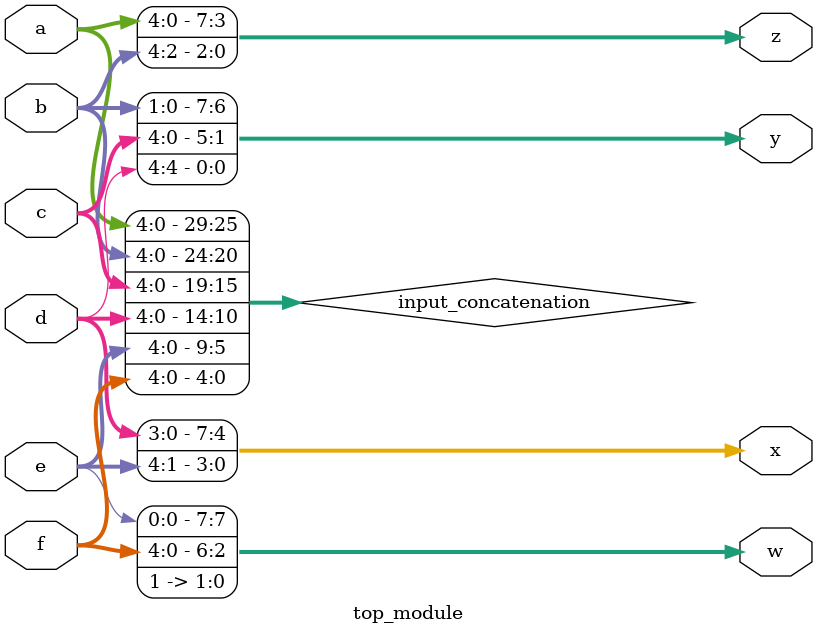
<source format=sv>
module top_module (
    input [4:0] a,
    input [4:0] b,
    input [4:0] c,
    input [4:0] d,
    input [4:0] e,
    input [4:0] f,
    output [7:0] w,
    output [7:0] x,
    output [7:0] y,
    output [7:0] z
);

    wire [29:0] input_concatenation;
    assign input_concatenation = {a, b, c, d, e, f};

    assign {z, y, x, w} = {input_concatenation, 2'b11};

endmodule

</source>
